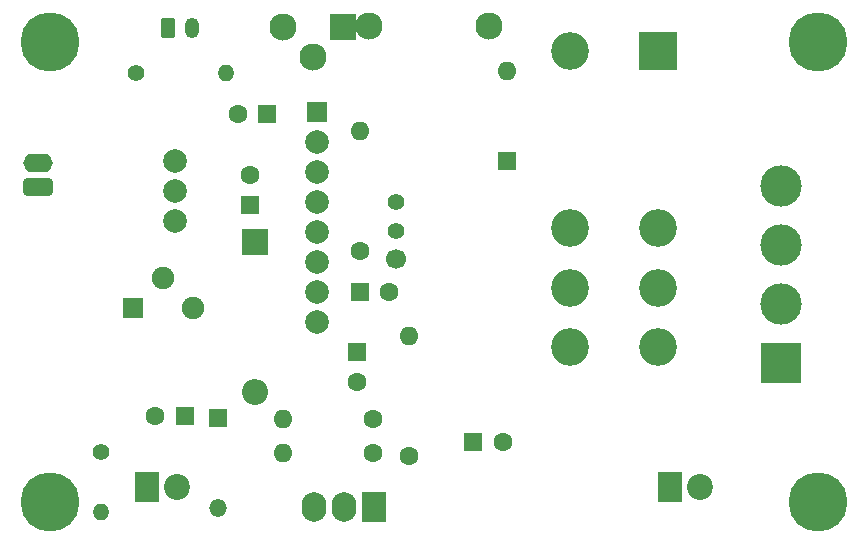
<source format=gbr>
%TF.GenerationSoftware,KiCad,Pcbnew,7.0.9*%
%TF.CreationDate,2023-11-29T12:49:05+01:00*%
%TF.ProjectId,Zabezpieczenie_UPC1237_2,5a616265-7a70-4696-9563-7a656e69655f,rev?*%
%TF.SameCoordinates,Original*%
%TF.FileFunction,Soldermask,Top*%
%TF.FilePolarity,Negative*%
%FSLAX46Y46*%
G04 Gerber Fmt 4.6, Leading zero omitted, Abs format (unit mm)*
G04 Created by KiCad (PCBNEW 7.0.9) date 2023-11-29 12:49:05*
%MOMM*%
%LPD*%
G01*
G04 APERTURE LIST*
G04 Aperture macros list*
%AMRoundRect*
0 Rectangle with rounded corners*
0 $1 Rounding radius*
0 $2 $3 $4 $5 $6 $7 $8 $9 X,Y pos of 4 corners*
0 Add a 4 corners polygon primitive as box body*
4,1,4,$2,$3,$4,$5,$6,$7,$8,$9,$2,$3,0*
0 Add four circle primitives for the rounded corners*
1,1,$1+$1,$2,$3*
1,1,$1+$1,$4,$5*
1,1,$1+$1,$6,$7*
1,1,$1+$1,$8,$9*
0 Add four rect primitives between the rounded corners*
20,1,$1+$1,$2,$3,$4,$5,0*
20,1,$1+$1,$4,$5,$6,$7,0*
20,1,$1+$1,$6,$7,$8,$9,0*
20,1,$1+$1,$8,$9,$2,$3,0*%
G04 Aperture macros list end*
%ADD10C,1.400000*%
%ADD11O,1.400000X1.400000*%
%ADD12R,2.300000X2.300000*%
%ADD13C,2.300000*%
%ADD14RoundRect,0.312500X0.937500X-0.437500X0.937500X0.437500X-0.937500X0.437500X-0.937500X-0.437500X0*%
%ADD15O,2.500000X1.600000*%
%ADD16R,1.600000X1.600000*%
%ADD17C,1.600000*%
%ADD18C,3.200000*%
%ADD19R,3.200000X3.200000*%
%ADD20R,1.800000X1.800000*%
%ADD21C,2.000000*%
%ADD22O,1.600000X1.600000*%
%ADD23C,1.900000*%
%ADD24R,2.200000X2.200000*%
%ADD25O,2.200000X2.200000*%
%ADD26RoundRect,0.250000X-0.350000X-0.625000X0.350000X-0.625000X0.350000X0.625000X-0.350000X0.625000X0*%
%ADD27O,1.200000X1.750000*%
%ADD28C,1.700000*%
%ADD29R,3.500000X3.500000*%
%ADD30C,3.500000*%
%ADD31R,2.100000X2.500000*%
%ADD32C,2.200000*%
%ADD33R,1.500000X1.500000*%
%ADD34O,1.500000X1.500000*%
%ADD35O,2.100000X2.500000*%
%ADD36C,5.000000*%
G04 APERTURE END LIST*
D10*
%TO.C,R17*%
X124090000Y-82400000D03*
D11*
X131710000Y-82400000D03*
%TD*%
D12*
%TO.C,Q5*%
X141550000Y-78550000D03*
D13*
X139010000Y-81090000D03*
X136470000Y-78550000D03*
%TD*%
D14*
%TO.C,J1*%
X115800000Y-92100000D03*
D15*
X115800000Y-90100000D03*
%TD*%
D16*
%TO.C,C9*%
X152600000Y-113700000D03*
D17*
X155100000Y-113700000D03*
%TD*%
D16*
%TO.C,C5*%
X128205113Y-111500000D03*
D17*
X125705113Y-111500000D03*
%TD*%
D18*
%TO.C,K1*%
X168300000Y-100600000D03*
X168300000Y-95600000D03*
X168300000Y-105600000D03*
X160800000Y-100600000D03*
X160800000Y-95600000D03*
X160800000Y-105600000D03*
D19*
X168300000Y-80600000D03*
D18*
X160800000Y-80600000D03*
%TD*%
D13*
%TO.C,R22*%
X143820000Y-78500000D03*
X153980000Y-78500000D03*
%TD*%
D20*
%TO.C,U1*%
X139400000Y-85760000D03*
D21*
X139400000Y-88300000D03*
X139400000Y-90840000D03*
X139400000Y-93380000D03*
X139400000Y-95920000D03*
X139400000Y-98460000D03*
X139400000Y-101000000D03*
X139400000Y-103540000D03*
%TD*%
D10*
%TO.C,C3*%
X146100000Y-93350000D03*
X146100000Y-95850000D03*
%TD*%
D17*
%TO.C,R5*%
X143000000Y-97480000D03*
D22*
X143000000Y-87320000D03*
%TD*%
D20*
%TO.C,U2*%
X123850000Y-102350000D03*
D23*
X126390000Y-99810000D03*
X128930000Y-102350000D03*
%TD*%
D24*
%TO.C,D1*%
X134100000Y-96750000D03*
D25*
X134100000Y-109450000D03*
%TD*%
D16*
%TO.C,D6*%
X155500000Y-89910000D03*
D22*
X155500000Y-82290000D03*
%TD*%
D17*
%TO.C,R4*%
X147200000Y-114880000D03*
D22*
X147200000Y-104720000D03*
%TD*%
D26*
%TO.C,J3*%
X126800000Y-78600000D03*
D27*
X128800000Y-78600000D03*
%TD*%
D16*
%TO.C,C1*%
X135182380Y-85900000D03*
D17*
X132682380Y-85900000D03*
%TD*%
D21*
%TO.C,RV1*%
X127400000Y-89920000D03*
X127400000Y-92460000D03*
X127400000Y-95000000D03*
%TD*%
D28*
%TO.C,REF\u002A\u002A*%
X146100000Y-98200000D03*
%TD*%
D16*
%TO.C,C4*%
X142994888Y-101000000D03*
D17*
X145494888Y-101000000D03*
%TD*%
D29*
%TO.C,J4*%
X178700000Y-107000000D03*
D30*
X178700000Y-102000000D03*
X178700000Y-97000000D03*
X178700000Y-92000000D03*
%TD*%
D10*
%TO.C,R11*%
X121100000Y-114510000D03*
D11*
X121100000Y-119590000D03*
%TD*%
D31*
%TO.C,D5*%
X169260000Y-117500000D03*
D32*
X171800000Y-117500000D03*
%TD*%
D17*
%TO.C,R6*%
X144110000Y-111700000D03*
D22*
X136490000Y-111700000D03*
%TD*%
D31*
%TO.C,D4*%
X124960000Y-117500000D03*
D32*
X127500000Y-117500000D03*
%TD*%
D16*
%TO.C,C2*%
X133700000Y-93605113D03*
D17*
X133700000Y-91105113D03*
%TD*%
D33*
%TO.C,D3*%
X131000000Y-111685000D03*
D34*
X131000000Y-119305000D03*
%TD*%
D31*
%TO.C,J2*%
X144240000Y-119200000D03*
D35*
X141700000Y-119200000D03*
X139160000Y-119200000D03*
%TD*%
D17*
%TO.C,R16*%
X144110000Y-114600000D03*
D22*
X136490000Y-114600000D03*
%TD*%
D16*
%TO.C,C7*%
X142800000Y-106094888D03*
D17*
X142800000Y-108594888D03*
%TD*%
D36*
%TO.C,REF\u002A\u002A*%
X116800000Y-118800000D03*
%TD*%
%TO.C,REF\u002A\u002A*%
X116800000Y-79800000D03*
%TD*%
%TO.C,REF\u002A\u002A*%
X181800000Y-118800000D03*
%TD*%
%TO.C,REF\u002A\u002A*%
X181800000Y-79800000D03*
%TD*%
M02*

</source>
